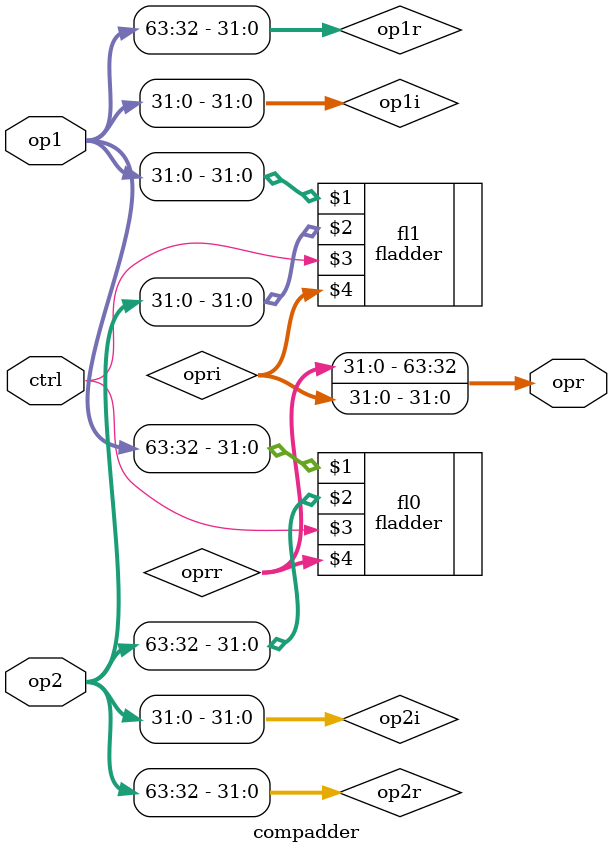
<source format=v>
`timescale 1ns / 1ps
module compadder(op1,op2,ctrl,opr);
input [63:0] op1,op2;
input ctrl;
output [63:0] opr;

wire [31:0] op1r,op1i,op2r,op2i;
wire [31:0] oprr,opri;

assign op1r= op1[63:32];
assign op1i= op1[31:0];
assign op2r=op2[63:32];
assign op2i=op2[31:0];


fladder fl0(op1r,op2r,ctrl,oprr);
fladder fl1(op1i,op2i,ctrl,opri);

assign opr={oprr,opri};
endmodule
</source>
